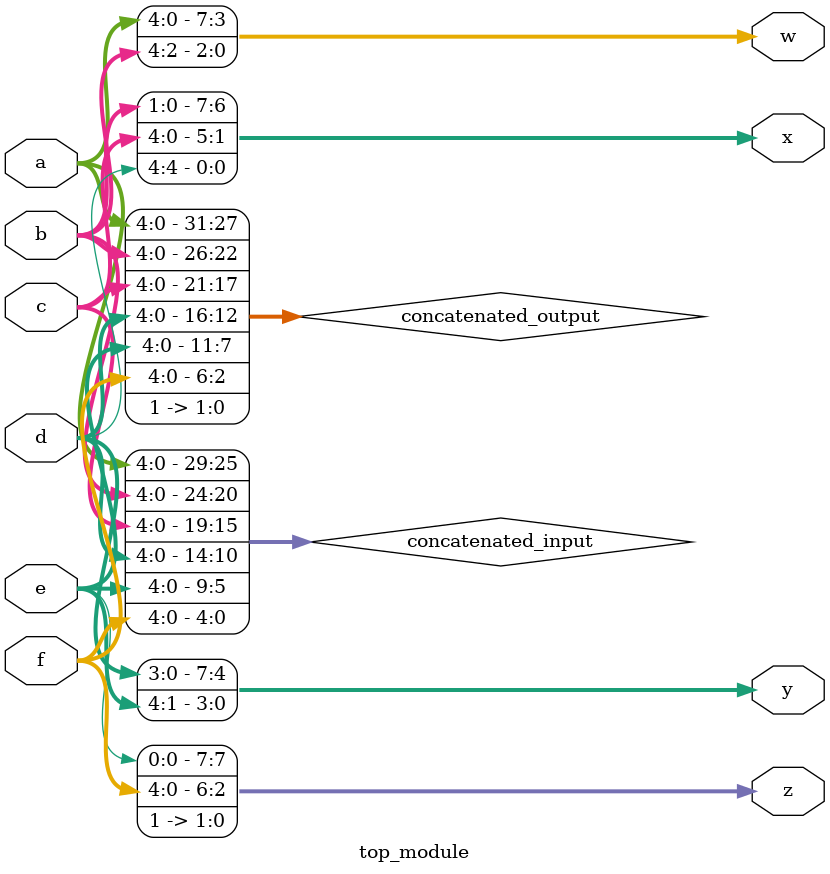
<source format=sv>
module top_module (
  input [4:0] a,
  input [4:0] b,
  input [4:0] c,
  input [4:0] d,
  input [4:0] e,
  input [4:0] f,
  output [7:0] w,
  output [7:0] x,
  output [7:0] y,
  output [7:0] z
);

  reg [29:0] concatenated_input;
  wire [31:0] concatenated_output;

  assign concatenated_output = {concatenated_input, 2'b11};

  always @(*) begin
    concatenated_input = {a, b, c, d, e, f};
  end

  assign {w, x, y, z} = concatenated_output;

endmodule

</source>
